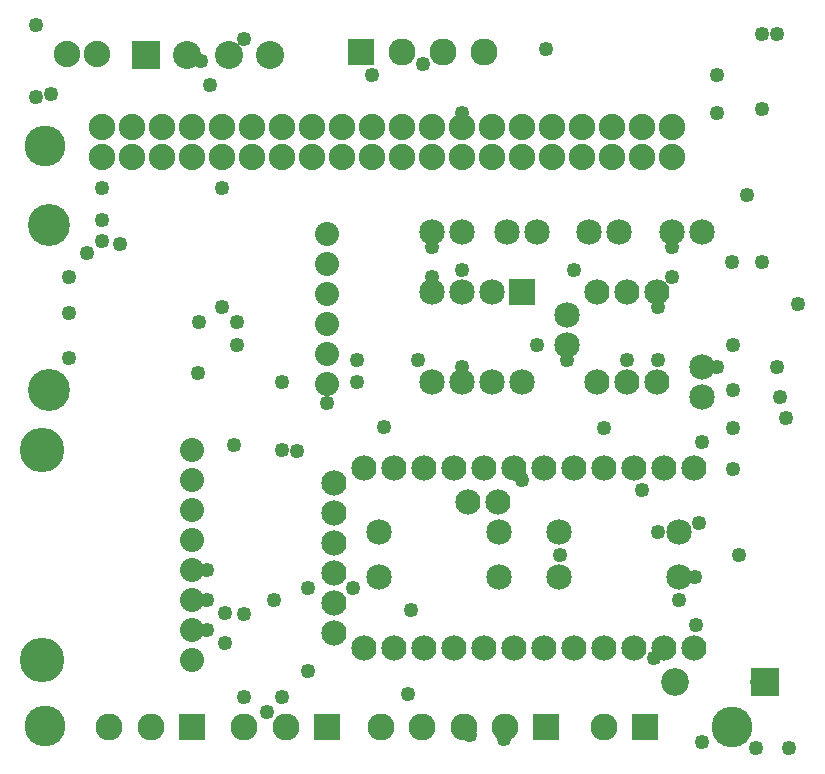
<source format=gbs>
G04 MADE WITH FRITZING*
G04 WWW.FRITZING.ORG*
G04 DOUBLE SIDED*
G04 HOLES PLATED*
G04 CONTOUR ON CENTER OF CONTOUR VECTOR*
%ASAXBY*%
%FSLAX23Y23*%
%MOIN*%
%OFA0B0*%
%SFA1.0B1.0*%
%ADD10C,0.088000*%
%ADD11C,0.049370*%
%ADD12C,0.085000*%
%ADD13C,0.093307*%
%ADD14C,0.084000*%
%ADD15C,0.080000*%
%ADD16C,0.148425*%
%ADD17C,0.092000*%
%ADD18C,0.090000*%
%ADD19C,0.135984*%
%ADD20C,0.139921*%
%ADD21R,0.093307X0.093307*%
%ADD22R,0.092000X0.092000*%
%ADD23R,0.090000X0.090000*%
%ADD24R,0.085000X0.085000*%
%LNMASK0*%
G90*
G70*
G54D10*
X306Y2543D03*
X206Y2543D03*
G54D11*
X322Y2096D03*
X210Y1529D03*
X210Y1678D03*
X211Y1798D03*
X321Y1918D03*
X321Y1988D03*
X1072Y1378D03*
X796Y2593D03*
X2641Y1708D03*
X645Y1649D03*
X971Y1217D03*
X761Y1238D03*
X641Y1478D03*
X770Y1649D03*
X671Y822D03*
X671Y723D03*
X671Y621D03*
X1422Y1899D03*
X1422Y1797D03*
X721Y1698D03*
X921Y1448D03*
X2321Y1247D03*
X2521Y1849D03*
X1521Y2346D03*
X770Y1573D03*
X1771Y1573D03*
X1172Y1448D03*
X921Y398D03*
X2472Y2073D03*
X2446Y872D03*
X1847Y872D03*
X1721Y1122D03*
X2173Y947D03*
X1995Y1296D03*
X2298Y799D03*
X2370Y2346D03*
X2370Y2472D03*
X1221Y2472D03*
X2423Y1573D03*
X2423Y1421D03*
X2571Y1497D03*
X2370Y1497D03*
X2222Y1899D03*
X2222Y1797D03*
X2070Y1523D03*
X1870Y1523D03*
X1547Y272D03*
X2245Y723D03*
X1521Y1497D03*
X1373Y1523D03*
X1172Y1523D03*
X796Y674D03*
X796Y398D03*
X2173Y1698D03*
X2173Y1523D03*
X1008Y761D03*
X1008Y485D03*
X921Y1223D03*
X896Y723D03*
X871Y348D03*
X2121Y1088D03*
X2311Y978D03*
X2423Y1296D03*
X2423Y1157D03*
X151Y2408D03*
X721Y2096D03*
X102Y2398D03*
X102Y2637D03*
X271Y1878D03*
X380Y1907D03*
X2520Y2609D03*
X1521Y1823D03*
X1896Y1823D03*
X2422Y1848D03*
X1159Y761D03*
X732Y578D03*
X732Y678D03*
X1341Y408D03*
X1352Y688D03*
X1261Y1298D03*
X1661Y258D03*
X2302Y639D03*
X2320Y248D03*
X2581Y1398D03*
X2501Y228D03*
X2611Y228D03*
X2601Y1328D03*
X2521Y2358D03*
X2571Y2608D03*
X1801Y2557D03*
X1392Y2508D03*
X651Y2517D03*
X2161Y528D03*
X681Y2438D03*
G54D12*
X1846Y798D03*
X2246Y798D03*
X1846Y798D03*
X2246Y798D03*
X1246Y798D03*
X1646Y798D03*
X1246Y798D03*
X1646Y798D03*
G54D13*
X468Y2538D03*
X605Y2538D03*
X743Y2538D03*
X881Y2538D03*
G54D14*
X1096Y1113D03*
X1096Y1013D03*
X1096Y913D03*
X1096Y813D03*
X1096Y713D03*
X1096Y613D03*
X1196Y1163D03*
X1296Y1163D03*
X1396Y1163D03*
X1496Y1163D03*
X1596Y1163D03*
X1541Y1048D03*
X1641Y1048D03*
X1696Y1163D03*
X1796Y1163D03*
X1896Y1163D03*
X1996Y1163D03*
X2096Y1163D03*
X2196Y1163D03*
X2296Y1163D03*
X2296Y563D03*
X2196Y563D03*
X2096Y563D03*
X1996Y563D03*
X1896Y563D03*
X1796Y563D03*
X1696Y563D03*
X1596Y563D03*
X1496Y563D03*
X1396Y563D03*
X1296Y563D03*
X1196Y563D03*
G54D12*
X1846Y948D03*
X2246Y948D03*
X1846Y948D03*
X2246Y948D03*
X1246Y948D03*
X1646Y948D03*
X1246Y948D03*
X1646Y948D03*
G54D15*
X1071Y1443D03*
X1071Y1543D03*
X1071Y1643D03*
X1071Y1743D03*
X1071Y1843D03*
X1071Y1943D03*
X621Y1023D03*
G54D16*
X121Y523D03*
G54D15*
X621Y623D03*
X621Y823D03*
X621Y1223D03*
X621Y523D03*
X621Y723D03*
X621Y923D03*
X621Y1123D03*
G54D16*
X121Y1223D03*
G54D17*
X2529Y448D03*
X2231Y448D03*
G54D18*
X2131Y298D03*
X1993Y298D03*
G54D19*
X2421Y298D03*
X130Y303D03*
X130Y2236D03*
X121Y523D03*
X121Y1223D03*
G54D10*
X321Y2198D03*
X421Y2198D03*
X521Y2198D03*
X621Y2198D03*
X721Y2198D03*
X821Y2198D03*
X921Y2198D03*
X1021Y2198D03*
X1121Y2198D03*
X1221Y2198D03*
X1321Y2198D03*
X1421Y2198D03*
X1521Y2198D03*
X1621Y2198D03*
X1721Y2198D03*
X1821Y2198D03*
X1921Y2198D03*
X2021Y2198D03*
X2121Y2198D03*
X2221Y2198D03*
X321Y2198D03*
X421Y2198D03*
X521Y2198D03*
X621Y2198D03*
X721Y2198D03*
X821Y2198D03*
X921Y2198D03*
X1021Y2198D03*
X1121Y2198D03*
X1221Y2198D03*
X1321Y2198D03*
X1421Y2198D03*
X1521Y2198D03*
X1621Y2198D03*
X1721Y2198D03*
X1821Y2198D03*
X1921Y2198D03*
X2021Y2198D03*
X2121Y2198D03*
X2221Y2198D03*
X2221Y2298D03*
X2121Y2298D03*
X2021Y2298D03*
X1921Y2298D03*
X1821Y2298D03*
X1721Y2298D03*
X1621Y2298D03*
X1521Y2298D03*
X1421Y2298D03*
X1321Y2298D03*
X1221Y2298D03*
X1121Y2298D03*
X1021Y2298D03*
X921Y2298D03*
X821Y2298D03*
X721Y2298D03*
X621Y2298D03*
X521Y2298D03*
X421Y2298D03*
X321Y2298D03*
G54D12*
X1871Y1673D03*
X1871Y1573D03*
X2321Y1498D03*
X2321Y1398D03*
G54D14*
X1971Y1448D03*
X2071Y1448D03*
X2171Y1448D03*
X1971Y1748D03*
X2071Y1748D03*
X2171Y1748D03*
G54D20*
X146Y1973D03*
X146Y1423D03*
G54D12*
X2046Y1948D03*
X1946Y1948D03*
X2321Y1948D03*
X2221Y1948D03*
X1721Y1748D03*
X1721Y1448D03*
X1621Y1748D03*
X1621Y1448D03*
X1521Y1748D03*
X1521Y1448D03*
X1421Y1748D03*
X1421Y1448D03*
X1671Y1948D03*
X1771Y1948D03*
X1421Y1948D03*
X1521Y1948D03*
G54D18*
X1802Y298D03*
X1664Y298D03*
X1527Y298D03*
X1389Y298D03*
X1251Y298D03*
X1071Y298D03*
X933Y298D03*
X795Y298D03*
X1183Y2548D03*
X1321Y2548D03*
X1458Y2548D03*
X1596Y2548D03*
X621Y298D03*
X483Y298D03*
X345Y298D03*
G54D21*
X468Y2538D03*
G54D22*
X2530Y448D03*
G54D23*
X2131Y298D03*
G54D24*
X1721Y1748D03*
G54D23*
X1802Y298D03*
X1071Y298D03*
X1183Y2548D03*
X621Y298D03*
G04 End of Mask0*
M02*
</source>
